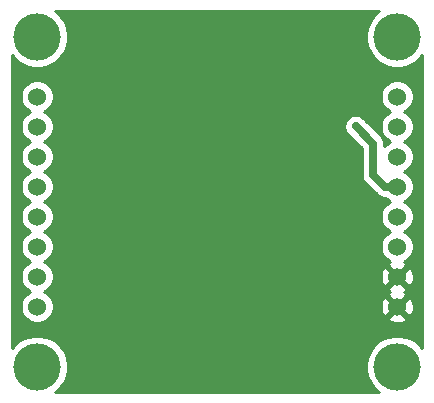
<source format=gbl>
%TF.GenerationSoftware,KiCad,Pcbnew,(5.1.9)-1*%
%TF.CreationDate,2021-12-11T15:05:51-08:00*%
%TF.ProjectId,VN-100Breakout,564e2d31-3030-4427-9265-616b6f75742e,rev?*%
%TF.SameCoordinates,Original*%
%TF.FileFunction,Copper,L2,Bot*%
%TF.FilePolarity,Positive*%
%FSLAX46Y46*%
G04 Gerber Fmt 4.6, Leading zero omitted, Abs format (unit mm)*
G04 Created by KiCad (PCBNEW (5.1.9)-1) date 2021-12-11 15:05:51*
%MOMM*%
%LPD*%
G01*
G04 APERTURE LIST*
%TA.AperFunction,ComponentPad*%
%ADD10C,4.000000*%
%TD*%
%TA.AperFunction,ComponentPad*%
%ADD11C,1.524000*%
%TD*%
%TA.AperFunction,ViaPad*%
%ADD12C,0.685800*%
%TD*%
%TA.AperFunction,Conductor*%
%ADD13C,0.650000*%
%TD*%
%TA.AperFunction,Conductor*%
%ADD14C,0.254000*%
%TD*%
%TA.AperFunction,Conductor*%
%ADD15C,0.100000*%
%TD*%
G04 APERTURE END LIST*
D10*
%TO.P,U1,*%
%TO.N,*%
X138430000Y-111760000D03*
X168910000Y-111760000D03*
X168910000Y-83820000D03*
X138430000Y-83820000D03*
D11*
%TO.P,U1,12*%
%TO.N,/TX2*%
X168910000Y-99060000D03*
%TO.P,U1,11*%
%TO.N,/RX2*%
X168910000Y-101600000D03*
%TO.P,U1,10*%
%TO.N,/GND*%
X168910000Y-104140000D03*
%TO.P,U1,9*%
X168910000Y-106680000D03*
%TO.P,U1,13*%
%TO.N,/Restore*%
X168910000Y-96520000D03*
%TO.P,U1,14*%
%TO.N,/SYNC_OUT*%
X168910000Y-93980000D03*
%TO.P,U1,15*%
%TO.N,/Vin*%
X168910000Y-91440000D03*
%TO.P,U1,16*%
%TO.N,/Enable*%
X168910000Y-88900000D03*
%TO.P,U1,1*%
%TO.N,/TX1*%
X138430000Y-88900000D03*
%TO.P,U1,8*%
%TO.N,/SPI_CS*%
X138430000Y-106680000D03*
%TO.P,U1,5*%
%TO.N,/SPI_MISO*%
X138430000Y-99060000D03*
%TO.P,U1,2*%
%TO.N,/RX1*%
X138430000Y-91440000D03*
%TO.P,U1,3*%
%TO.N,/SPI_SCK*%
X138430000Y-93980000D03*
%TO.P,U1,7*%
%TO.N,/SYNC_IN*%
X138430000Y-104140000D03*
%TO.P,U1,6*%
%TO.N,/NRST*%
X138430000Y-101600000D03*
%TO.P,U1,4*%
%TO.N,/SPI_MOSI*%
X138430000Y-96520000D03*
%TD*%
D12*
%TO.N,/Restore*%
X165404800Y-91427300D03*
%TO.N,/GND*%
X162483800Y-104127300D03*
X161302700Y-107619800D03*
X162496500Y-99021900D03*
X156215080Y-107645200D03*
X162433000Y-101600000D03*
X162483800Y-106654600D03*
%TD*%
D13*
%TO.N,/Restore*%
X166865300Y-92887800D02*
X165404800Y-91427300D01*
X166865300Y-95504000D02*
X166865300Y-92887800D01*
X167881300Y-96520000D02*
X166865300Y-95504000D01*
X168910000Y-96520000D02*
X167881300Y-96520000D01*
%TD*%
D14*
%TO.N,/GND*%
X167230285Y-81773262D02*
X166863262Y-82140285D01*
X166574893Y-82571859D01*
X166376261Y-83051399D01*
X166275000Y-83560475D01*
X166275000Y-84079525D01*
X166376261Y-84588601D01*
X166574893Y-85068141D01*
X166863262Y-85499715D01*
X167230285Y-85866738D01*
X167661859Y-86155107D01*
X168141399Y-86353739D01*
X168650475Y-86455000D01*
X169169525Y-86455000D01*
X169678601Y-86353739D01*
X170158141Y-86155107D01*
X170589715Y-85866738D01*
X170956738Y-85499715D01*
X171049951Y-85360212D01*
X171049950Y-110219786D01*
X170956738Y-110080285D01*
X170589715Y-109713262D01*
X170158141Y-109424893D01*
X169678601Y-109226261D01*
X169169525Y-109125000D01*
X168650475Y-109125000D01*
X168141399Y-109226261D01*
X167661859Y-109424893D01*
X167230285Y-109713262D01*
X166863262Y-110080285D01*
X166574893Y-110511859D01*
X166376261Y-110991399D01*
X166275000Y-111500475D01*
X166275000Y-112019525D01*
X166376261Y-112528601D01*
X166574893Y-113008141D01*
X166863262Y-113439715D01*
X167230285Y-113806738D01*
X167369786Y-113899950D01*
X139970214Y-113899950D01*
X140109715Y-113806738D01*
X140476738Y-113439715D01*
X140765107Y-113008141D01*
X140963739Y-112528601D01*
X141065000Y-112019525D01*
X141065000Y-111500475D01*
X140963739Y-110991399D01*
X140765107Y-110511859D01*
X140476738Y-110080285D01*
X140109715Y-109713262D01*
X139678141Y-109424893D01*
X139198601Y-109226261D01*
X138689525Y-109125000D01*
X138170475Y-109125000D01*
X137661399Y-109226261D01*
X137181859Y-109424893D01*
X136750285Y-109713262D01*
X136383262Y-110080285D01*
X136290050Y-110219786D01*
X136290050Y-88762408D01*
X137033000Y-88762408D01*
X137033000Y-89037592D01*
X137086686Y-89307490D01*
X137191995Y-89561727D01*
X137344880Y-89790535D01*
X137539465Y-89985120D01*
X137768273Y-90138005D01*
X137845515Y-90170000D01*
X137768273Y-90201995D01*
X137539465Y-90354880D01*
X137344880Y-90549465D01*
X137191995Y-90778273D01*
X137086686Y-91032510D01*
X137033000Y-91302408D01*
X137033000Y-91577592D01*
X137086686Y-91847490D01*
X137191995Y-92101727D01*
X137344880Y-92330535D01*
X137539465Y-92525120D01*
X137768273Y-92678005D01*
X137845515Y-92710000D01*
X137768273Y-92741995D01*
X137539465Y-92894880D01*
X137344880Y-93089465D01*
X137191995Y-93318273D01*
X137086686Y-93572510D01*
X137033000Y-93842408D01*
X137033000Y-94117592D01*
X137086686Y-94387490D01*
X137191995Y-94641727D01*
X137344880Y-94870535D01*
X137539465Y-95065120D01*
X137768273Y-95218005D01*
X137845515Y-95250000D01*
X137768273Y-95281995D01*
X137539465Y-95434880D01*
X137344880Y-95629465D01*
X137191995Y-95858273D01*
X137086686Y-96112510D01*
X137033000Y-96382408D01*
X137033000Y-96657592D01*
X137086686Y-96927490D01*
X137191995Y-97181727D01*
X137344880Y-97410535D01*
X137539465Y-97605120D01*
X137768273Y-97758005D01*
X137845515Y-97790000D01*
X137768273Y-97821995D01*
X137539465Y-97974880D01*
X137344880Y-98169465D01*
X137191995Y-98398273D01*
X137086686Y-98652510D01*
X137033000Y-98922408D01*
X137033000Y-99197592D01*
X137086686Y-99467490D01*
X137191995Y-99721727D01*
X137344880Y-99950535D01*
X137539465Y-100145120D01*
X137768273Y-100298005D01*
X137845515Y-100330000D01*
X137768273Y-100361995D01*
X137539465Y-100514880D01*
X137344880Y-100709465D01*
X137191995Y-100938273D01*
X137086686Y-101192510D01*
X137033000Y-101462408D01*
X137033000Y-101737592D01*
X137086686Y-102007490D01*
X137191995Y-102261727D01*
X137344880Y-102490535D01*
X137539465Y-102685120D01*
X137768273Y-102838005D01*
X137845515Y-102870000D01*
X137768273Y-102901995D01*
X137539465Y-103054880D01*
X137344880Y-103249465D01*
X137191995Y-103478273D01*
X137086686Y-103732510D01*
X137033000Y-104002408D01*
X137033000Y-104277592D01*
X137086686Y-104547490D01*
X137191995Y-104801727D01*
X137344880Y-105030535D01*
X137539465Y-105225120D01*
X137768273Y-105378005D01*
X137845515Y-105410000D01*
X137768273Y-105441995D01*
X137539465Y-105594880D01*
X137344880Y-105789465D01*
X137191995Y-106018273D01*
X137086686Y-106272510D01*
X137033000Y-106542408D01*
X137033000Y-106817592D01*
X137086686Y-107087490D01*
X137191995Y-107341727D01*
X137344880Y-107570535D01*
X137539465Y-107765120D01*
X137768273Y-107918005D01*
X138022510Y-108023314D01*
X138292408Y-108077000D01*
X138567592Y-108077000D01*
X138837490Y-108023314D01*
X139091727Y-107918005D01*
X139320535Y-107765120D01*
X139440090Y-107645565D01*
X168124040Y-107645565D01*
X168191020Y-107885656D01*
X168440048Y-108002756D01*
X168707135Y-108069023D01*
X168982017Y-108081910D01*
X169254133Y-108040922D01*
X169513023Y-107947636D01*
X169628980Y-107885656D01*
X169695960Y-107645565D01*
X168910000Y-106859605D01*
X168124040Y-107645565D01*
X139440090Y-107645565D01*
X139515120Y-107570535D01*
X139668005Y-107341727D01*
X139773314Y-107087490D01*
X139827000Y-106817592D01*
X139827000Y-106752017D01*
X167508090Y-106752017D01*
X167549078Y-107024133D01*
X167642364Y-107283023D01*
X167704344Y-107398980D01*
X167944435Y-107465960D01*
X168730395Y-106680000D01*
X169089605Y-106680000D01*
X169875565Y-107465960D01*
X170115656Y-107398980D01*
X170232756Y-107149952D01*
X170299023Y-106882865D01*
X170311910Y-106607983D01*
X170270922Y-106335867D01*
X170177636Y-106076977D01*
X170115656Y-105961020D01*
X169875565Y-105894040D01*
X169089605Y-106680000D01*
X168730395Y-106680000D01*
X167944435Y-105894040D01*
X167704344Y-105961020D01*
X167587244Y-106210048D01*
X167520977Y-106477135D01*
X167508090Y-106752017D01*
X139827000Y-106752017D01*
X139827000Y-106542408D01*
X139773314Y-106272510D01*
X139668005Y-106018273D01*
X139515120Y-105789465D01*
X139320535Y-105594880D01*
X139091727Y-105441995D01*
X139014485Y-105410000D01*
X139091727Y-105378005D01*
X139320535Y-105225120D01*
X139440090Y-105105565D01*
X168124040Y-105105565D01*
X168191020Y-105345656D01*
X168321644Y-105407079D01*
X168306977Y-105412364D01*
X168191020Y-105474344D01*
X168124040Y-105714435D01*
X168910000Y-106500395D01*
X169695960Y-105714435D01*
X169628980Y-105474344D01*
X169498356Y-105412921D01*
X169513023Y-105407636D01*
X169628980Y-105345656D01*
X169695960Y-105105565D01*
X168910000Y-104319605D01*
X168124040Y-105105565D01*
X139440090Y-105105565D01*
X139515120Y-105030535D01*
X139668005Y-104801727D01*
X139773314Y-104547490D01*
X139827000Y-104277592D01*
X139827000Y-104212017D01*
X167508090Y-104212017D01*
X167549078Y-104484133D01*
X167642364Y-104743023D01*
X167704344Y-104858980D01*
X167944435Y-104925960D01*
X168730395Y-104140000D01*
X169089605Y-104140000D01*
X169875565Y-104925960D01*
X170115656Y-104858980D01*
X170232756Y-104609952D01*
X170299023Y-104342865D01*
X170311910Y-104067983D01*
X170270922Y-103795867D01*
X170177636Y-103536977D01*
X170115656Y-103421020D01*
X169875565Y-103354040D01*
X169089605Y-104140000D01*
X168730395Y-104140000D01*
X167944435Y-103354040D01*
X167704344Y-103421020D01*
X167587244Y-103670048D01*
X167520977Y-103937135D01*
X167508090Y-104212017D01*
X139827000Y-104212017D01*
X139827000Y-104002408D01*
X139773314Y-103732510D01*
X139668005Y-103478273D01*
X139515120Y-103249465D01*
X139320535Y-103054880D01*
X139091727Y-102901995D01*
X139014485Y-102870000D01*
X139091727Y-102838005D01*
X139320535Y-102685120D01*
X139515120Y-102490535D01*
X139668005Y-102261727D01*
X139773314Y-102007490D01*
X139827000Y-101737592D01*
X139827000Y-101462408D01*
X139773314Y-101192510D01*
X139668005Y-100938273D01*
X139515120Y-100709465D01*
X139320535Y-100514880D01*
X139091727Y-100361995D01*
X139014485Y-100330000D01*
X139091727Y-100298005D01*
X139320535Y-100145120D01*
X139515120Y-99950535D01*
X139668005Y-99721727D01*
X139773314Y-99467490D01*
X139827000Y-99197592D01*
X139827000Y-98922408D01*
X139773314Y-98652510D01*
X139668005Y-98398273D01*
X139515120Y-98169465D01*
X139320535Y-97974880D01*
X139091727Y-97821995D01*
X139014485Y-97790000D01*
X139091727Y-97758005D01*
X139320535Y-97605120D01*
X139515120Y-97410535D01*
X139668005Y-97181727D01*
X139773314Y-96927490D01*
X139827000Y-96657592D01*
X139827000Y-96382408D01*
X139773314Y-96112510D01*
X139668005Y-95858273D01*
X139515120Y-95629465D01*
X139320535Y-95434880D01*
X139091727Y-95281995D01*
X139014485Y-95250000D01*
X139091727Y-95218005D01*
X139320535Y-95065120D01*
X139515120Y-94870535D01*
X139668005Y-94641727D01*
X139773314Y-94387490D01*
X139827000Y-94117592D01*
X139827000Y-93842408D01*
X139773314Y-93572510D01*
X139668005Y-93318273D01*
X139515120Y-93089465D01*
X139320535Y-92894880D01*
X139091727Y-92741995D01*
X139014485Y-92710000D01*
X139091727Y-92678005D01*
X139320535Y-92525120D01*
X139515120Y-92330535D01*
X139668005Y-92101727D01*
X139773314Y-91847490D01*
X139827000Y-91577592D01*
X139827000Y-91330985D01*
X164426900Y-91330985D01*
X164426900Y-91523615D01*
X164464480Y-91712543D01*
X164538196Y-91890510D01*
X164645215Y-92050675D01*
X164781425Y-92186885D01*
X164857719Y-92237863D01*
X165905301Y-93285446D01*
X165905300Y-95456848D01*
X165900656Y-95504000D01*
X165905300Y-95551152D01*
X165905300Y-95551161D01*
X165919190Y-95692192D01*
X165974084Y-95873153D01*
X166063227Y-96039928D01*
X166183193Y-96186107D01*
X166219831Y-96216175D01*
X167169129Y-97165474D01*
X167199193Y-97202107D01*
X167235826Y-97232171D01*
X167345371Y-97322073D01*
X167510872Y-97410535D01*
X167512146Y-97411216D01*
X167693107Y-97466110D01*
X167834138Y-97480000D01*
X167834148Y-97480000D01*
X167881300Y-97484644D01*
X167897403Y-97483058D01*
X168019465Y-97605120D01*
X168248273Y-97758005D01*
X168325515Y-97790000D01*
X168248273Y-97821995D01*
X168019465Y-97974880D01*
X167824880Y-98169465D01*
X167671995Y-98398273D01*
X167566686Y-98652510D01*
X167513000Y-98922408D01*
X167513000Y-99197592D01*
X167566686Y-99467490D01*
X167671995Y-99721727D01*
X167824880Y-99950535D01*
X168019465Y-100145120D01*
X168248273Y-100298005D01*
X168325515Y-100330000D01*
X168248273Y-100361995D01*
X168019465Y-100514880D01*
X167824880Y-100709465D01*
X167671995Y-100938273D01*
X167566686Y-101192510D01*
X167513000Y-101462408D01*
X167513000Y-101737592D01*
X167566686Y-102007490D01*
X167671995Y-102261727D01*
X167824880Y-102490535D01*
X168019465Y-102685120D01*
X168248273Y-102838005D01*
X168319943Y-102867692D01*
X168306977Y-102872364D01*
X168191020Y-102934344D01*
X168124040Y-103174435D01*
X168910000Y-103960395D01*
X169695960Y-103174435D01*
X169628980Y-102934344D01*
X169493240Y-102870515D01*
X169571727Y-102838005D01*
X169800535Y-102685120D01*
X169995120Y-102490535D01*
X170148005Y-102261727D01*
X170253314Y-102007490D01*
X170307000Y-101737592D01*
X170307000Y-101462408D01*
X170253314Y-101192510D01*
X170148005Y-100938273D01*
X169995120Y-100709465D01*
X169800535Y-100514880D01*
X169571727Y-100361995D01*
X169494485Y-100330000D01*
X169571727Y-100298005D01*
X169800535Y-100145120D01*
X169995120Y-99950535D01*
X170148005Y-99721727D01*
X170253314Y-99467490D01*
X170307000Y-99197592D01*
X170307000Y-98922408D01*
X170253314Y-98652510D01*
X170148005Y-98398273D01*
X169995120Y-98169465D01*
X169800535Y-97974880D01*
X169571727Y-97821995D01*
X169494485Y-97790000D01*
X169571727Y-97758005D01*
X169800535Y-97605120D01*
X169995120Y-97410535D01*
X170148005Y-97181727D01*
X170253314Y-96927490D01*
X170307000Y-96657592D01*
X170307000Y-96382408D01*
X170253314Y-96112510D01*
X170148005Y-95858273D01*
X169995120Y-95629465D01*
X169800535Y-95434880D01*
X169571727Y-95281995D01*
X169494485Y-95250000D01*
X169571727Y-95218005D01*
X169800535Y-95065120D01*
X169995120Y-94870535D01*
X170148005Y-94641727D01*
X170253314Y-94387490D01*
X170307000Y-94117592D01*
X170307000Y-93842408D01*
X170253314Y-93572510D01*
X170148005Y-93318273D01*
X169995120Y-93089465D01*
X169800535Y-92894880D01*
X169571727Y-92741995D01*
X169494485Y-92710000D01*
X169571727Y-92678005D01*
X169800535Y-92525120D01*
X169995120Y-92330535D01*
X170148005Y-92101727D01*
X170253314Y-91847490D01*
X170307000Y-91577592D01*
X170307000Y-91302408D01*
X170253314Y-91032510D01*
X170148005Y-90778273D01*
X169995120Y-90549465D01*
X169800535Y-90354880D01*
X169571727Y-90201995D01*
X169494485Y-90170000D01*
X169571727Y-90138005D01*
X169800535Y-89985120D01*
X169995120Y-89790535D01*
X170148005Y-89561727D01*
X170253314Y-89307490D01*
X170307000Y-89037592D01*
X170307000Y-88762408D01*
X170253314Y-88492510D01*
X170148005Y-88238273D01*
X169995120Y-88009465D01*
X169800535Y-87814880D01*
X169571727Y-87661995D01*
X169317490Y-87556686D01*
X169047592Y-87503000D01*
X168772408Y-87503000D01*
X168502510Y-87556686D01*
X168248273Y-87661995D01*
X168019465Y-87814880D01*
X167824880Y-88009465D01*
X167671995Y-88238273D01*
X167566686Y-88492510D01*
X167513000Y-88762408D01*
X167513000Y-89037592D01*
X167566686Y-89307490D01*
X167671995Y-89561727D01*
X167824880Y-89790535D01*
X168019465Y-89985120D01*
X168248273Y-90138005D01*
X168325515Y-90170000D01*
X168248273Y-90201995D01*
X168019465Y-90354880D01*
X167824880Y-90549465D01*
X167671995Y-90778273D01*
X167566686Y-91032510D01*
X167513000Y-91302408D01*
X167513000Y-91577592D01*
X167566686Y-91847490D01*
X167671995Y-92101727D01*
X167824880Y-92330535D01*
X168019465Y-92525120D01*
X168248273Y-92678005D01*
X168325515Y-92710000D01*
X168248273Y-92741995D01*
X168019465Y-92894880D01*
X167825300Y-93089045D01*
X167825300Y-92934960D01*
X167829945Y-92887800D01*
X167825300Y-92840638D01*
X167811410Y-92699607D01*
X167756516Y-92518646D01*
X167675791Y-92367620D01*
X167667373Y-92351871D01*
X167577471Y-92242326D01*
X167547407Y-92205693D01*
X167510774Y-92175629D01*
X166215363Y-90880219D01*
X166164385Y-90803925D01*
X166028175Y-90667715D01*
X165868010Y-90560696D01*
X165690043Y-90486980D01*
X165501115Y-90449400D01*
X165308485Y-90449400D01*
X165119557Y-90486980D01*
X164941590Y-90560696D01*
X164781425Y-90667715D01*
X164645215Y-90803925D01*
X164538196Y-90964090D01*
X164464480Y-91142057D01*
X164426900Y-91330985D01*
X139827000Y-91330985D01*
X139827000Y-91302408D01*
X139773314Y-91032510D01*
X139668005Y-90778273D01*
X139515120Y-90549465D01*
X139320535Y-90354880D01*
X139091727Y-90201995D01*
X139014485Y-90170000D01*
X139091727Y-90138005D01*
X139320535Y-89985120D01*
X139515120Y-89790535D01*
X139668005Y-89561727D01*
X139773314Y-89307490D01*
X139827000Y-89037592D01*
X139827000Y-88762408D01*
X139773314Y-88492510D01*
X139668005Y-88238273D01*
X139515120Y-88009465D01*
X139320535Y-87814880D01*
X139091727Y-87661995D01*
X138837490Y-87556686D01*
X138567592Y-87503000D01*
X138292408Y-87503000D01*
X138022510Y-87556686D01*
X137768273Y-87661995D01*
X137539465Y-87814880D01*
X137344880Y-88009465D01*
X137191995Y-88238273D01*
X137086686Y-88492510D01*
X137033000Y-88762408D01*
X136290050Y-88762408D01*
X136290050Y-85360214D01*
X136383262Y-85499715D01*
X136750285Y-85866738D01*
X137181859Y-86155107D01*
X137661399Y-86353739D01*
X138170475Y-86455000D01*
X138689525Y-86455000D01*
X139198601Y-86353739D01*
X139678141Y-86155107D01*
X140109715Y-85866738D01*
X140476738Y-85499715D01*
X140765107Y-85068141D01*
X140963739Y-84588601D01*
X141065000Y-84079525D01*
X141065000Y-83560475D01*
X140963739Y-83051399D01*
X140765107Y-82571859D01*
X140476738Y-82140285D01*
X140109715Y-81773262D01*
X139970214Y-81680050D01*
X167369786Y-81680050D01*
X167230285Y-81773262D01*
%TA.AperFunction,Conductor*%
D15*
G36*
X167230285Y-81773262D02*
G01*
X166863262Y-82140285D01*
X166574893Y-82571859D01*
X166376261Y-83051399D01*
X166275000Y-83560475D01*
X166275000Y-84079525D01*
X166376261Y-84588601D01*
X166574893Y-85068141D01*
X166863262Y-85499715D01*
X167230285Y-85866738D01*
X167661859Y-86155107D01*
X168141399Y-86353739D01*
X168650475Y-86455000D01*
X169169525Y-86455000D01*
X169678601Y-86353739D01*
X170158141Y-86155107D01*
X170589715Y-85866738D01*
X170956738Y-85499715D01*
X171049951Y-85360212D01*
X171049950Y-110219786D01*
X170956738Y-110080285D01*
X170589715Y-109713262D01*
X170158141Y-109424893D01*
X169678601Y-109226261D01*
X169169525Y-109125000D01*
X168650475Y-109125000D01*
X168141399Y-109226261D01*
X167661859Y-109424893D01*
X167230285Y-109713262D01*
X166863262Y-110080285D01*
X166574893Y-110511859D01*
X166376261Y-110991399D01*
X166275000Y-111500475D01*
X166275000Y-112019525D01*
X166376261Y-112528601D01*
X166574893Y-113008141D01*
X166863262Y-113439715D01*
X167230285Y-113806738D01*
X167369786Y-113899950D01*
X139970214Y-113899950D01*
X140109715Y-113806738D01*
X140476738Y-113439715D01*
X140765107Y-113008141D01*
X140963739Y-112528601D01*
X141065000Y-112019525D01*
X141065000Y-111500475D01*
X140963739Y-110991399D01*
X140765107Y-110511859D01*
X140476738Y-110080285D01*
X140109715Y-109713262D01*
X139678141Y-109424893D01*
X139198601Y-109226261D01*
X138689525Y-109125000D01*
X138170475Y-109125000D01*
X137661399Y-109226261D01*
X137181859Y-109424893D01*
X136750285Y-109713262D01*
X136383262Y-110080285D01*
X136290050Y-110219786D01*
X136290050Y-88762408D01*
X137033000Y-88762408D01*
X137033000Y-89037592D01*
X137086686Y-89307490D01*
X137191995Y-89561727D01*
X137344880Y-89790535D01*
X137539465Y-89985120D01*
X137768273Y-90138005D01*
X137845515Y-90170000D01*
X137768273Y-90201995D01*
X137539465Y-90354880D01*
X137344880Y-90549465D01*
X137191995Y-90778273D01*
X137086686Y-91032510D01*
X137033000Y-91302408D01*
X137033000Y-91577592D01*
X137086686Y-91847490D01*
X137191995Y-92101727D01*
X137344880Y-92330535D01*
X137539465Y-92525120D01*
X137768273Y-92678005D01*
X137845515Y-92710000D01*
X137768273Y-92741995D01*
X137539465Y-92894880D01*
X137344880Y-93089465D01*
X137191995Y-93318273D01*
X137086686Y-93572510D01*
X137033000Y-93842408D01*
X137033000Y-94117592D01*
X137086686Y-94387490D01*
X137191995Y-94641727D01*
X137344880Y-94870535D01*
X137539465Y-95065120D01*
X137768273Y-95218005D01*
X137845515Y-95250000D01*
X137768273Y-95281995D01*
X137539465Y-95434880D01*
X137344880Y-95629465D01*
X137191995Y-95858273D01*
X137086686Y-96112510D01*
X137033000Y-96382408D01*
X137033000Y-96657592D01*
X137086686Y-96927490D01*
X137191995Y-97181727D01*
X137344880Y-97410535D01*
X137539465Y-97605120D01*
X137768273Y-97758005D01*
X137845515Y-97790000D01*
X137768273Y-97821995D01*
X137539465Y-97974880D01*
X137344880Y-98169465D01*
X137191995Y-98398273D01*
X137086686Y-98652510D01*
X137033000Y-98922408D01*
X137033000Y-99197592D01*
X137086686Y-99467490D01*
X137191995Y-99721727D01*
X137344880Y-99950535D01*
X137539465Y-100145120D01*
X137768273Y-100298005D01*
X137845515Y-100330000D01*
X137768273Y-100361995D01*
X137539465Y-100514880D01*
X137344880Y-100709465D01*
X137191995Y-100938273D01*
X137086686Y-101192510D01*
X137033000Y-101462408D01*
X137033000Y-101737592D01*
X137086686Y-102007490D01*
X137191995Y-102261727D01*
X137344880Y-102490535D01*
X137539465Y-102685120D01*
X137768273Y-102838005D01*
X137845515Y-102870000D01*
X137768273Y-102901995D01*
X137539465Y-103054880D01*
X137344880Y-103249465D01*
X137191995Y-103478273D01*
X137086686Y-103732510D01*
X137033000Y-104002408D01*
X137033000Y-104277592D01*
X137086686Y-104547490D01*
X137191995Y-104801727D01*
X137344880Y-105030535D01*
X137539465Y-105225120D01*
X137768273Y-105378005D01*
X137845515Y-105410000D01*
X137768273Y-105441995D01*
X137539465Y-105594880D01*
X137344880Y-105789465D01*
X137191995Y-106018273D01*
X137086686Y-106272510D01*
X137033000Y-106542408D01*
X137033000Y-106817592D01*
X137086686Y-107087490D01*
X137191995Y-107341727D01*
X137344880Y-107570535D01*
X137539465Y-107765120D01*
X137768273Y-107918005D01*
X138022510Y-108023314D01*
X138292408Y-108077000D01*
X138567592Y-108077000D01*
X138837490Y-108023314D01*
X139091727Y-107918005D01*
X139320535Y-107765120D01*
X139440090Y-107645565D01*
X168124040Y-107645565D01*
X168191020Y-107885656D01*
X168440048Y-108002756D01*
X168707135Y-108069023D01*
X168982017Y-108081910D01*
X169254133Y-108040922D01*
X169513023Y-107947636D01*
X169628980Y-107885656D01*
X169695960Y-107645565D01*
X168910000Y-106859605D01*
X168124040Y-107645565D01*
X139440090Y-107645565D01*
X139515120Y-107570535D01*
X139668005Y-107341727D01*
X139773314Y-107087490D01*
X139827000Y-106817592D01*
X139827000Y-106752017D01*
X167508090Y-106752017D01*
X167549078Y-107024133D01*
X167642364Y-107283023D01*
X167704344Y-107398980D01*
X167944435Y-107465960D01*
X168730395Y-106680000D01*
X169089605Y-106680000D01*
X169875565Y-107465960D01*
X170115656Y-107398980D01*
X170232756Y-107149952D01*
X170299023Y-106882865D01*
X170311910Y-106607983D01*
X170270922Y-106335867D01*
X170177636Y-106076977D01*
X170115656Y-105961020D01*
X169875565Y-105894040D01*
X169089605Y-106680000D01*
X168730395Y-106680000D01*
X167944435Y-105894040D01*
X167704344Y-105961020D01*
X167587244Y-106210048D01*
X167520977Y-106477135D01*
X167508090Y-106752017D01*
X139827000Y-106752017D01*
X139827000Y-106542408D01*
X139773314Y-106272510D01*
X139668005Y-106018273D01*
X139515120Y-105789465D01*
X139320535Y-105594880D01*
X139091727Y-105441995D01*
X139014485Y-105410000D01*
X139091727Y-105378005D01*
X139320535Y-105225120D01*
X139440090Y-105105565D01*
X168124040Y-105105565D01*
X168191020Y-105345656D01*
X168321644Y-105407079D01*
X168306977Y-105412364D01*
X168191020Y-105474344D01*
X168124040Y-105714435D01*
X168910000Y-106500395D01*
X169695960Y-105714435D01*
X169628980Y-105474344D01*
X169498356Y-105412921D01*
X169513023Y-105407636D01*
X169628980Y-105345656D01*
X169695960Y-105105565D01*
X168910000Y-104319605D01*
X168124040Y-105105565D01*
X139440090Y-105105565D01*
X139515120Y-105030535D01*
X139668005Y-104801727D01*
X139773314Y-104547490D01*
X139827000Y-104277592D01*
X139827000Y-104212017D01*
X167508090Y-104212017D01*
X167549078Y-104484133D01*
X167642364Y-104743023D01*
X167704344Y-104858980D01*
X167944435Y-104925960D01*
X168730395Y-104140000D01*
X169089605Y-104140000D01*
X169875565Y-104925960D01*
X170115656Y-104858980D01*
X170232756Y-104609952D01*
X170299023Y-104342865D01*
X170311910Y-104067983D01*
X170270922Y-103795867D01*
X170177636Y-103536977D01*
X170115656Y-103421020D01*
X169875565Y-103354040D01*
X169089605Y-104140000D01*
X168730395Y-104140000D01*
X167944435Y-103354040D01*
X167704344Y-103421020D01*
X167587244Y-103670048D01*
X167520977Y-103937135D01*
X167508090Y-104212017D01*
X139827000Y-104212017D01*
X139827000Y-104002408D01*
X139773314Y-103732510D01*
X139668005Y-103478273D01*
X139515120Y-103249465D01*
X139320535Y-103054880D01*
X139091727Y-102901995D01*
X139014485Y-102870000D01*
X139091727Y-102838005D01*
X139320535Y-102685120D01*
X139515120Y-102490535D01*
X139668005Y-102261727D01*
X139773314Y-102007490D01*
X139827000Y-101737592D01*
X139827000Y-101462408D01*
X139773314Y-101192510D01*
X139668005Y-100938273D01*
X139515120Y-100709465D01*
X139320535Y-100514880D01*
X139091727Y-100361995D01*
X139014485Y-100330000D01*
X139091727Y-100298005D01*
X139320535Y-100145120D01*
X139515120Y-99950535D01*
X139668005Y-99721727D01*
X139773314Y-99467490D01*
X139827000Y-99197592D01*
X139827000Y-98922408D01*
X139773314Y-98652510D01*
X139668005Y-98398273D01*
X139515120Y-98169465D01*
X139320535Y-97974880D01*
X139091727Y-97821995D01*
X139014485Y-97790000D01*
X139091727Y-97758005D01*
X139320535Y-97605120D01*
X139515120Y-97410535D01*
X139668005Y-97181727D01*
X139773314Y-96927490D01*
X139827000Y-96657592D01*
X139827000Y-96382408D01*
X139773314Y-96112510D01*
X139668005Y-95858273D01*
X139515120Y-95629465D01*
X139320535Y-95434880D01*
X139091727Y-95281995D01*
X139014485Y-95250000D01*
X139091727Y-95218005D01*
X139320535Y-95065120D01*
X139515120Y-94870535D01*
X139668005Y-94641727D01*
X139773314Y-94387490D01*
X139827000Y-94117592D01*
X139827000Y-93842408D01*
X139773314Y-93572510D01*
X139668005Y-93318273D01*
X139515120Y-93089465D01*
X139320535Y-92894880D01*
X139091727Y-92741995D01*
X139014485Y-92710000D01*
X139091727Y-92678005D01*
X139320535Y-92525120D01*
X139515120Y-92330535D01*
X139668005Y-92101727D01*
X139773314Y-91847490D01*
X139827000Y-91577592D01*
X139827000Y-91330985D01*
X164426900Y-91330985D01*
X164426900Y-91523615D01*
X164464480Y-91712543D01*
X164538196Y-91890510D01*
X164645215Y-92050675D01*
X164781425Y-92186885D01*
X164857719Y-92237863D01*
X165905301Y-93285446D01*
X165905300Y-95456848D01*
X165900656Y-95504000D01*
X165905300Y-95551152D01*
X165905300Y-95551161D01*
X165919190Y-95692192D01*
X165974084Y-95873153D01*
X166063227Y-96039928D01*
X166183193Y-96186107D01*
X166219831Y-96216175D01*
X167169129Y-97165474D01*
X167199193Y-97202107D01*
X167235826Y-97232171D01*
X167345371Y-97322073D01*
X167510872Y-97410535D01*
X167512146Y-97411216D01*
X167693107Y-97466110D01*
X167834138Y-97480000D01*
X167834148Y-97480000D01*
X167881300Y-97484644D01*
X167897403Y-97483058D01*
X168019465Y-97605120D01*
X168248273Y-97758005D01*
X168325515Y-97790000D01*
X168248273Y-97821995D01*
X168019465Y-97974880D01*
X167824880Y-98169465D01*
X167671995Y-98398273D01*
X167566686Y-98652510D01*
X167513000Y-98922408D01*
X167513000Y-99197592D01*
X167566686Y-99467490D01*
X167671995Y-99721727D01*
X167824880Y-99950535D01*
X168019465Y-100145120D01*
X168248273Y-100298005D01*
X168325515Y-100330000D01*
X168248273Y-100361995D01*
X168019465Y-100514880D01*
X167824880Y-100709465D01*
X167671995Y-100938273D01*
X167566686Y-101192510D01*
X167513000Y-101462408D01*
X167513000Y-101737592D01*
X167566686Y-102007490D01*
X167671995Y-102261727D01*
X167824880Y-102490535D01*
X168019465Y-102685120D01*
X168248273Y-102838005D01*
X168319943Y-102867692D01*
X168306977Y-102872364D01*
X168191020Y-102934344D01*
X168124040Y-103174435D01*
X168910000Y-103960395D01*
X169695960Y-103174435D01*
X169628980Y-102934344D01*
X169493240Y-102870515D01*
X169571727Y-102838005D01*
X169800535Y-102685120D01*
X169995120Y-102490535D01*
X170148005Y-102261727D01*
X170253314Y-102007490D01*
X170307000Y-101737592D01*
X170307000Y-101462408D01*
X170253314Y-101192510D01*
X170148005Y-100938273D01*
X169995120Y-100709465D01*
X169800535Y-100514880D01*
X169571727Y-100361995D01*
X169494485Y-100330000D01*
X169571727Y-100298005D01*
X169800535Y-100145120D01*
X169995120Y-99950535D01*
X170148005Y-99721727D01*
X170253314Y-99467490D01*
X170307000Y-99197592D01*
X170307000Y-98922408D01*
X170253314Y-98652510D01*
X170148005Y-98398273D01*
X169995120Y-98169465D01*
X169800535Y-97974880D01*
X169571727Y-97821995D01*
X169494485Y-97790000D01*
X169571727Y-97758005D01*
X169800535Y-97605120D01*
X169995120Y-97410535D01*
X170148005Y-97181727D01*
X170253314Y-96927490D01*
X170307000Y-96657592D01*
X170307000Y-96382408D01*
X170253314Y-96112510D01*
X170148005Y-95858273D01*
X169995120Y-95629465D01*
X169800535Y-95434880D01*
X169571727Y-95281995D01*
X169494485Y-95250000D01*
X169571727Y-95218005D01*
X169800535Y-95065120D01*
X169995120Y-94870535D01*
X170148005Y-94641727D01*
X170253314Y-94387490D01*
X170307000Y-94117592D01*
X170307000Y-93842408D01*
X170253314Y-93572510D01*
X170148005Y-93318273D01*
X169995120Y-93089465D01*
X169800535Y-92894880D01*
X169571727Y-92741995D01*
X169494485Y-92710000D01*
X169571727Y-92678005D01*
X169800535Y-92525120D01*
X169995120Y-92330535D01*
X170148005Y-92101727D01*
X170253314Y-91847490D01*
X170307000Y-91577592D01*
X170307000Y-91302408D01*
X170253314Y-91032510D01*
X170148005Y-90778273D01*
X169995120Y-90549465D01*
X169800535Y-90354880D01*
X169571727Y-90201995D01*
X169494485Y-90170000D01*
X169571727Y-90138005D01*
X169800535Y-89985120D01*
X169995120Y-89790535D01*
X170148005Y-89561727D01*
X170253314Y-89307490D01*
X170307000Y-89037592D01*
X170307000Y-88762408D01*
X170253314Y-88492510D01*
X170148005Y-88238273D01*
X169995120Y-88009465D01*
X169800535Y-87814880D01*
X169571727Y-87661995D01*
X169317490Y-87556686D01*
X169047592Y-87503000D01*
X168772408Y-87503000D01*
X168502510Y-87556686D01*
X168248273Y-87661995D01*
X168019465Y-87814880D01*
X167824880Y-88009465D01*
X167671995Y-88238273D01*
X167566686Y-88492510D01*
X167513000Y-88762408D01*
X167513000Y-89037592D01*
X167566686Y-89307490D01*
X167671995Y-89561727D01*
X167824880Y-89790535D01*
X168019465Y-89985120D01*
X168248273Y-90138005D01*
X168325515Y-90170000D01*
X168248273Y-90201995D01*
X168019465Y-90354880D01*
X167824880Y-90549465D01*
X167671995Y-90778273D01*
X167566686Y-91032510D01*
X167513000Y-91302408D01*
X167513000Y-91577592D01*
X167566686Y-91847490D01*
X167671995Y-92101727D01*
X167824880Y-92330535D01*
X168019465Y-92525120D01*
X168248273Y-92678005D01*
X168325515Y-92710000D01*
X168248273Y-92741995D01*
X168019465Y-92894880D01*
X167825300Y-93089045D01*
X167825300Y-92934960D01*
X167829945Y-92887800D01*
X167825300Y-92840638D01*
X167811410Y-92699607D01*
X167756516Y-92518646D01*
X167675791Y-92367620D01*
X167667373Y-92351871D01*
X167577471Y-92242326D01*
X167547407Y-92205693D01*
X167510774Y-92175629D01*
X166215363Y-90880219D01*
X166164385Y-90803925D01*
X166028175Y-90667715D01*
X165868010Y-90560696D01*
X165690043Y-90486980D01*
X165501115Y-90449400D01*
X165308485Y-90449400D01*
X165119557Y-90486980D01*
X164941590Y-90560696D01*
X164781425Y-90667715D01*
X164645215Y-90803925D01*
X164538196Y-90964090D01*
X164464480Y-91142057D01*
X164426900Y-91330985D01*
X139827000Y-91330985D01*
X139827000Y-91302408D01*
X139773314Y-91032510D01*
X139668005Y-90778273D01*
X139515120Y-90549465D01*
X139320535Y-90354880D01*
X139091727Y-90201995D01*
X139014485Y-90170000D01*
X139091727Y-90138005D01*
X139320535Y-89985120D01*
X139515120Y-89790535D01*
X139668005Y-89561727D01*
X139773314Y-89307490D01*
X139827000Y-89037592D01*
X139827000Y-88762408D01*
X139773314Y-88492510D01*
X139668005Y-88238273D01*
X139515120Y-88009465D01*
X139320535Y-87814880D01*
X139091727Y-87661995D01*
X138837490Y-87556686D01*
X138567592Y-87503000D01*
X138292408Y-87503000D01*
X138022510Y-87556686D01*
X137768273Y-87661995D01*
X137539465Y-87814880D01*
X137344880Y-88009465D01*
X137191995Y-88238273D01*
X137086686Y-88492510D01*
X137033000Y-88762408D01*
X136290050Y-88762408D01*
X136290050Y-85360214D01*
X136383262Y-85499715D01*
X136750285Y-85866738D01*
X137181859Y-86155107D01*
X137661399Y-86353739D01*
X138170475Y-86455000D01*
X138689525Y-86455000D01*
X139198601Y-86353739D01*
X139678141Y-86155107D01*
X140109715Y-85866738D01*
X140476738Y-85499715D01*
X140765107Y-85068141D01*
X140963739Y-84588601D01*
X141065000Y-84079525D01*
X141065000Y-83560475D01*
X140963739Y-83051399D01*
X140765107Y-82571859D01*
X140476738Y-82140285D01*
X140109715Y-81773262D01*
X139970214Y-81680050D01*
X167369786Y-81680050D01*
X167230285Y-81773262D01*
G37*
%TD.AperFunction*%
%TD*%
M02*

</source>
